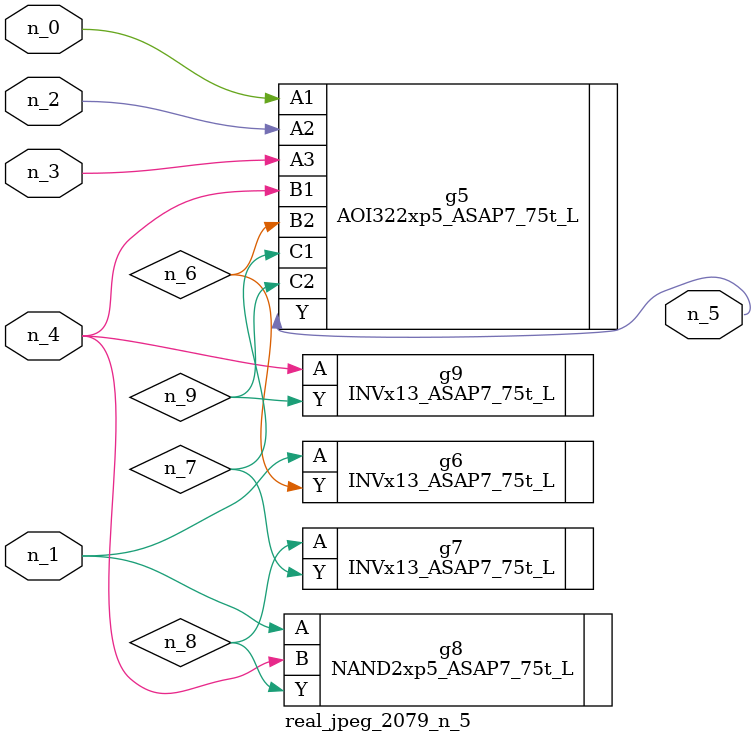
<source format=v>
module real_jpeg_2079_n_5 (n_4, n_0, n_1, n_2, n_3, n_5);

input n_4;
input n_0;
input n_1;
input n_2;
input n_3;

output n_5;

wire n_8;
wire n_6;
wire n_7;
wire n_9;

AOI322xp5_ASAP7_75t_L g5 ( 
.A1(n_0),
.A2(n_2),
.A3(n_3),
.B1(n_4),
.B2(n_6),
.C1(n_7),
.C2(n_9),
.Y(n_5)
);

INVx13_ASAP7_75t_L g6 ( 
.A(n_1),
.Y(n_6)
);

NAND2xp5_ASAP7_75t_L g8 ( 
.A(n_1),
.B(n_4),
.Y(n_8)
);

INVx13_ASAP7_75t_L g9 ( 
.A(n_4),
.Y(n_9)
);

INVx13_ASAP7_75t_L g7 ( 
.A(n_8),
.Y(n_7)
);


endmodule
</source>
